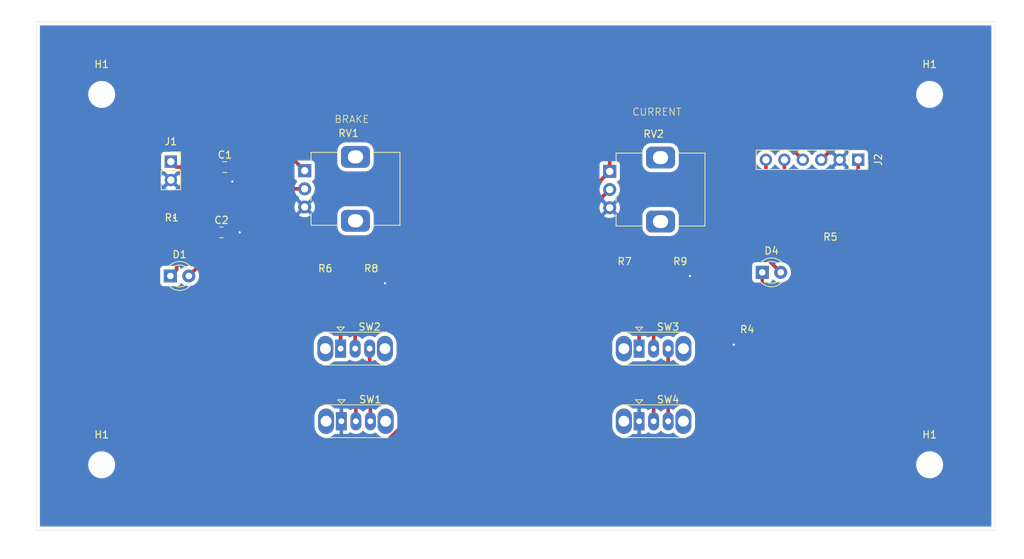
<source format=kicad_pcb>
(kicad_pcb (version 20241229) (generator "pcbnew") (generator_version "9.0")
  (layers (0 "F.Cu" signal) (2 "B.Cu" signal) (13 "F.Paste" user) (15 "B.Paste" user) (5 "F.SilkS" user "F.Silkscreen") (7 "B.SilkS" user "B.Silkscreen") (1 "F.Mask" user) (3 "B.Mask" user) (25 "Edge.Cuts" user))
  (net 0 "")
  (net 1 "+12V")
  (net 2 "GND")
  (net 3 "Net-(D1-K)")
  (net 4 "/SHUTDOWN_OUT")
  (net 5 "Net-(D4-K)")
  (net 6 "/BRAKE_OUT")
  (net 7 "/CURRENT_OUT")
  (net 8 "/SHUTDOWN_IN")
  (net 9 "/BRAKE_POT_12V")
  (net 10 "/BRAKE_NORM")
  (net 11 "/CURRENT_POT_12V")
  (net 12 "/CURRENT_NORM")
  (net 13 "/BRAKE_FAULT")
  (net 14 "/CURRENT_FAULT")
  (footprint "MountingHole:MountingHole_3.2mm_M3" (layer "F.Cu") (at 191 122)
    (property "Reference" "H1" (at 0 -4.15 0) (layer "F.SilkS"))
    (property "Value" "MountingHole")
    (pad "" np_thru_hole circle (at 0 0) (size 3.2 3.2) (drill 3.2) (layers "*.Cu" "*.Mask"))
  )
  (footprint "Button_Switch_THT:SW_Slide_SPDT_Straight_CK_OS102011MS2Q" (layer "F.Cu") (at 110 116)
    (property "Reference" "SW1" (at 3.99 -2.99 0) (layer "F.SilkS"))
    (property "Value" "SW_FAULT_MODE")
    (fp_line (start -2.41 -2.26) (end 6.41 -2.26) (stroke (width 0.12)) (layer "F.SilkS"))
    (fp_line (start -2.41 -1.95) (end -2.41 -2.26) (stroke (width 0.12)) (layer "F.SilkS"))
    (fp_line (start -2.41 2.26) (end -2.41 1.95) (stroke (width 0.12)) (layer "F.SilkS"))
    (fp_line (start -0.5 -2.96) (end 0 -2.46) (stroke (width 0.12)) (layer "F.SilkS"))
    (fp_line (start 0 -2.46) (end 0.5 -2.96) (stroke (width 0.12)) (layer "F.SilkS"))
    (fp_line (start 0.5 -2.96) (end -0.5 -2.96) (stroke (width 0.12)) (layer "F.SilkS"))
    (fp_line (start 6.41 -2.26) (end 6.41 -1.95) (stroke (width 0.12)) (layer "F.SilkS"))
    (fp_line (start 6.41 2.26) (end -2.41 2.26) (stroke (width 0.12)) (layer "F.SilkS"))
    (fp_line (start 6.41 2.26) (end 6.41 1.95) (stroke (width 0.12)) (layer "F.SilkS"))
    (pad "" thru_hole oval (at -2.1 0) (size 2.2 3.5) (drill 1.5) (layers "*.Cu" "*.Mask"))
    (pad "" thru_hole oval (at 6.1 0) (size 2.2 3.5) (drill 1.5) (layers "*.Cu" "*.Mask"))
    (pad "1" thru_hole rect (at 0 0) (size 1.5 2.5) (drill 0.8) (layers "*.Cu" "*.Mask") (net 2 "GND"))
    (pad "2" thru_hole oval (at 2 0) (size 1.5 2.5) (drill 0.8) (layers "*.Cu" "*.Mask") (net 13 "/BRAKE_FAULT"))
    (pad "3" thru_hole oval (at 4 0) (size 1.5 2.5) (drill 0.8) (layers "*.Cu" "*.Mask") (net 1 "+12V"))
  )
  (footprint "LED_THT:LED_D3.0mm" (layer "F.Cu") (at 86.46 96)
    (property "Reference" "D1" (at 1.27 -2.96 0) (layer "F.SilkS"))
    (property "Value" "LED")
    (fp_line (start -0.29 -1.236) (end -0.29 -1.08) (stroke (width 0.12)) (layer "F.SilkS"))
    (fp_line (start -0.29 1.08) (end -0.29 1.236) (stroke (width 0.12)) (layer "F.SilkS"))
    (fp_arc (start -0.29 -1.235516) (mid 1.36566 -1.987699) (end 2.941437 -1.08) (stroke (width 0.12)) (layer "F.SilkS"))
    (fp_arc (start 0.229039 -1.08) (mid 1.27 -1.5) (end 2.310961 -1.08) (stroke (width 0.12)) (layer "F.SilkS"))
    (fp_arc (start 2.310961 1.08) (mid 1.27 1.5) (end 0.229039 1.08) (stroke (width 0.12)) (layer "F.SilkS"))
    (fp_arc (start 2.941437 1.08) (mid 1.36566 1.987699) (end -0.29 1.235516) (stroke (width 0.12)) (layer "F.SilkS"))
    (pad "1" thru_hole rect (at 0 0) (size 1.8 1.8) (drill 0.9) (layers "*.Cu" "*.Mask") (net 3 "Net-(D1-K)"))
    (pad "2" thru_hole circle (at 2.54 0) (size 1.8 1.8) (drill 0.9) (layers "*.Cu" "*.Mask") (net 1 "+12V"))
  )
  (footprint "MountingHole:MountingHole_3.2mm_M3" (layer "F.Cu") (at 77 71)
    (property "Reference" "H1" (at 0 -4.15 0) (layer "F.SilkS"))
    (property "Value" "MountingHole")
    (pad "" np_thru_hole circle (at 0 0) (size 3.2 3.2) (drill 3.2) (layers "*.Cu" "*.Mask"))
  )
  (footprint "Button_Switch_THT:SW_Slide_SPDT_Straight_CK_OS102011MS2Q" (layer "F.Cu") (at 151 116)
    (property "Reference" "SW4" (at 3.99 -2.99 0) (layer "F.SilkS"))
    (property "Value" "SW_FAULT_MODE")
    (fp_line (start -2.41 -2.26) (end 6.41 -2.26) (stroke (width 0.12)) (layer "F.SilkS"))
    (fp_line (start -2.41 -1.95) (end -2.41 -2.26) (stroke (width 0.12)) (layer "F.SilkS"))
    (fp_line (start -2.41 2.26) (end -2.41 1.95) (stroke (width 0.12)) (layer "F.SilkS"))
    (fp_line (start -0.5 -2.96) (end 0 -2.46) (stroke (width 0.12)) (layer "F.SilkS"))
    (fp_line (start 0 -2.46) (end 0.5 -2.96) (stroke (width 0.12)) (layer "F.SilkS"))
    (fp_line (start 0.5 -2.96) (end -0.5 -2.96) (stroke (width 0.12)) (layer "F.SilkS"))
    (fp_line (start 6.41 -2.26) (end 6.41 -1.95) (stroke (width 0.12)) (layer "F.SilkS"))
    (fp_line (start 6.41 2.26) (end -2.41 2.26) (stroke (width 0.12)) (layer "F.SilkS"))
    (fp_line (start 6.41 2.26) (end 6.41 1.95) (stroke (width 0.12)) (layer "F.SilkS"))
    (pad "" thru_hole oval (at -2.1 0) (size 2.2 3.5) (drill 1.5) (layers "*.Cu" "*.Mask"))
    (pad "" thru_hole oval (at 6.1 0) (size 2.2 3.5) (drill 1.5) (layers "*.Cu" "*.Mask"))
    (pad "1" thru_hole rect (at 0 0) (size 1.5 2.5) (drill 0.8) (layers "*.Cu" "*.Mask") (net 2 "GND"))
    (pad "2" thru_hole oval (at 2 0) (size 1.5 2.5) (drill 0.8) (layers "*.Cu" "*.Mask") (net 14 "/CURRENT_FAULT"))
    (pad "3" thru_hole oval (at 4 0) (size 1.5 2.5) (drill 0.8) (layers "*.Cu" "*.Mask") (net 1 "+12V"))
  )
  (footprint "LED_THT:LED_D3.0mm" (layer "F.Cu") (at 167.96 95.5)
    (property "Reference" "D4" (at 1.27 -2.96 0) (layer "F.SilkS"))
    (property "Value" "LED")
    (fp_line (start -0.29 -1.236) (end -0.29 -1.08) (stroke (width 0.12)) (layer "F.SilkS"))
    (fp_line (start -0.29 1.08) (end -0.29 1.236) (stroke (width 0.12)) (layer "F.SilkS"))
    (fp_arc (start -0.29 -1.235516) (mid 1.36566 -1.987699) (end 2.941437 -1.08) (stroke (width 0.12)) (layer "F.SilkS"))
    (fp_arc (start 0.229039 -1.08) (mid 1.27 -1.5) (end 2.310961 -1.08) (stroke (width 0.12)) (layer "F.SilkS"))
    (fp_arc (start 2.310961 1.08) (mid 1.27 1.5) (end 0.229039 1.08) (stroke (width 0.12)) (layer "F.SilkS"))
    (fp_arc (start 2.941437 1.08) (mid 1.36566 1.987699) (end -0.29 1.235516) (stroke (width 0.12)) (layer "F.SilkS"))
    (pad "1" thru_hole rect (at 0 0) (size 1.8 1.8) (drill 0.9) (layers "*.Cu" "*.Mask") (net 5 "Net-(D4-K)"))
    (pad "2" thru_hole circle (at 2.54 0) (size 1.8 1.8) (drill 0.9) (layers "*.Cu" "*.Mask") (net 4 "/SHUTDOWN_OUT"))
  )
  (footprint "Button_Switch_THT:SW_Slide_SPDT_Straight_CK_OS102011MS2Q" (layer "F.Cu") (at 109.9 106)
    (property "Reference" "SW2" (at 3.99 -2.99 0) (layer "F.SilkS"))
    (property "Value" "SW_TEST_MODE")
    (fp_line (start -2.41 -2.26) (end 6.41 -2.26) (stroke (width 0.12)) (layer "F.SilkS"))
    (fp_line (start -2.41 -1.95) (end -2.41 -2.26) (stroke (width 0.12)) (layer "F.SilkS"))
    (fp_line (start -2.41 2.26) (end -2.41 1.95) (stroke (width 0.12)) (layer "F.SilkS"))
    (fp_line (start -0.5 -2.96) (end 0 -2.46) (stroke (width 0.12)) (layer "F.SilkS"))
    (fp_line (start 0 -2.46) (end 0.5 -2.96) (stroke (width 0.12)) (layer "F.SilkS"))
    (fp_line (start 0.5 -2.96) (end -0.5 -2.96) (stroke (width 0.12)) (layer "F.SilkS"))
    (fp_line (start 6.41 -2.26) (end 6.41 -1.95) (stroke (width 0.12)) (layer "F.SilkS"))
    (fp_line (start 6.41 2.26) (end -2.41 2.26) (stroke (width 0.12)) (layer "F.SilkS"))
    (fp_line (start 6.41 2.26) (end 6.41 1.95) (stroke (width 0.12)) (layer "F.SilkS"))
    (pad "" thru_hole oval (at -2.1 0) (size 2.2 3.5) (drill 1.5) (layers "*.Cu" "*.Mask"))
    (pad "" thru_hole oval (at 6.1 0) (size 2.2 3.5) (drill 1.5) (layers "*.Cu" "*.Mask"))
    (pad "1" thru_hole rect (at 0 0) (size 1.5 2.5) (drill 0.8) (layers "*.Cu" "*.Mask") (net 10 "/BRAKE_NORM"))
    (pad "2" thru_hole oval (at 2 0) (size 1.5 2.5) (drill 0.8) (layers "*.Cu" "*.Mask") (net 6 "/BRAKE_OUT"))
    (pad "3" thru_hole oval (at 4 0) (size 1.5 2.5) (drill 0.8) (layers "*.Cu" "*.Mask") (net 13 "/BRAKE_FAULT"))
  )
  (footprint "Resistor_SMD:R_0508_1220Metric_Pad1.12x2.15mm_HandSolder" (layer "F.Cu") (at 107.7875 97)
    (property "Reference" "R6" (at 0 -2.03 0) (layer "F.SilkS"))
    (property "Value" "15k")
    (pad "1" smd roundrect (at -0.6625 0) (size 1.125 2.15) (layers "F.Cu" "F.Mask" "F.Paste") (roundrect_rratio 0.222222) (net 9 "/BRAKE_POT_12V"))
    (pad "2" smd roundrect (at 0.6625 0) (size 1.125 2.15) (layers "F.Cu" "F.Mask" "F.Paste") (roundrect_rratio 0.222222) (net 10 "/BRAKE_NORM"))
  )
  (footprint "Potentiometer_THT:Potentiometer_Alps_RK09K_Single_Vertical" (layer "F.Cu") (at 104.95 81.5)
    (property "Reference" "RV1" (at 6.05 -5.15 0) (layer "F.SilkS"))
    (property "Value" "R_Potentiometer_Trim")
    (fp_line (start 0.88 -2.521) (end 0.88 -1.2) (stroke (width 0.12)) (layer "F.SilkS"))
    (fp_line (start 0.88 -2.521) (end 4.817 -2.521) (stroke (width 0.12)) (layer "F.SilkS"))
    (fp_line (start 0.88 1.25) (end 0.88 1.63) (stroke (width 0.12)) (layer "F.SilkS"))
    (fp_line (start 0.88 3.371) (end 0.88 4.13) (stroke (width 0.12)) (layer "F.SilkS"))
    (fp_line (start 0.88 5.87) (end 0.88 7.52) (stroke (width 0.12)) (layer "F.SilkS"))
    (fp_line (start 0.88 7.52) (end 4.817 7.52) (stroke (width 0.12)) (layer "F.SilkS"))
    (fp_line (start 9.184 -2.521) (end 13.12 -2.521) (stroke (width 0.12)) (layer "F.SilkS"))
    (fp_line (start 9.184 7.52) (end 13.12 7.52) (stroke (width 0.12)) (layer "F.SilkS"))
    (fp_line (start 13.12 -2.521) (end 13.12 7.52) (stroke (width 0.12)) (layer "F.SilkS"))
    (pad "1" thru_hole rect (at 0 0) (size 1.8 1.8) (drill 1) (layers "*.Cu" "*.Mask") (net 1 "+12V"))
    (pad "2" thru_hole circle (at 0 2.5) (size 1.8 1.8) (drill 1) (layers "*.Cu" "*.Mask") (net 9 "/BRAKE_POT_12V"))
    (pad "3" thru_hole circle (at 0 5) (size 1.8 1.8) (drill 1) (layers "*.Cu" "*.Mask") (net 2 "GND"))
    (pad "MP" thru_hole roundrect (at 7 -1.9) (size 4 3) (drill oval 2.1 1.8) (layers "*.Cu" "*.Mask"))
    (pad "MP" thru_hole roundrect (at 7 6.9) (size 4 3) (drill oval 2.1 1.8) (layers "*.Cu" "*.Mask"))
  )
  (footprint "Connector_PinSocket_2.54mm:PinSocket_1x02_P2.54mm_Vertical" (layer "F.Cu") (at 86.525 80.25)
    (property "Reference" "J1" (at 0 -2.77 0) (layer "F.SilkS"))
    (property "Value" "Conn_01x02")
    (fp_line (start -1.33 1.27) (end -1.33 3.87) (stroke (width 0.12)) (layer "F.SilkS"))
    (fp_line (start -1.33 1.27) (end 1.33 1.27) (stroke (width 0.12)) (layer "F.SilkS"))
    (fp_line (start -1.33 3.87) (end 1.33 3.87) (stroke (width 0.12)) (layer "F.SilkS"))
    (fp_line (start 0 -1.33) (end 1.33 -1.33) (stroke (width 0.12)) (layer "F.SilkS"))
    (fp_line (start 1.33 -1.33) (end 1.33 0) (stroke (width 0.12)) (layer "F.SilkS"))
    (fp_line (start 1.33 1.27) (end 1.33 3.87) (stroke (width 0.12)) (layer "F.SilkS"))
    (pad "1" thru_hole rect (at 0 0) (size 1.7 1.7) (drill 1) (layers "*.Cu" "*.Mask") (net 1 "+12V"))
    (pad "2" thru_hole circle (at 0 2.54) (size 1.7 1.7) (drill 1) (layers "*.Cu" "*.Mask") (net 2 "GND"))
  )
  (footprint "Resistor_SMD:R_0508_1220Metric_Pad1.12x2.15mm_HandSolder" (layer "F.Cu") (at 156.6625 96)
    (property "Reference" "R9" (at 0 -2 0) (layer "F.SilkS"))
    (property "Value" "10k")
    (pad "1" smd roundrect (at -0.6625 0) (size 1.125 2.15) (layers "F.Cu" "F.Mask" "F.Paste") (roundrect_rratio 0.222222) (net 12 "/CURRENT_NORM"))
    (pad "2" smd roundrect (at 0.6625 0) (size 1.125 2.15) (layers "F.Cu" "F.Mask" "F.Paste") (roundrect_rratio 0.222222) (net 2 "GND"))
  )
  (footprint "Button_Switch_THT:SW_Slide_SPDT_Straight_CK_OS102011MS2Q" (layer "F.Cu") (at 151 106)
    (property "Reference" "SW3" (at 3.99 -2.99 0) (layer "F.SilkS"))
    (property "Value" "SW_TEST_MODE")
    (fp_line (start -2.41 -2.26) (end 6.41 -2.26) (stroke (width 0.12)) (layer "F.SilkS"))
    (fp_line (start -2.41 -1.95) (end -2.41 -2.26) (stroke (width 0.12)) (layer "F.SilkS"))
    (fp_line (start -2.41 2.26) (end -2.41 1.95) (stroke (width 0.12)) (layer "F.SilkS"))
    (fp_line (start -0.5 -2.96) (end 0 -2.46) (stroke (width 0.12)) (layer "F.SilkS"))
    (fp_line (start 0 -2.46) (end 0.5 -2.96) (stroke (width 0.12)) (layer "F.SilkS"))
    (fp_line (start 0.5 -2.96) (end -0.5 -2.96) (stroke (width 0.12)) (layer "F.SilkS"))
    (fp_line (start 6.41 -2.26) (end 6.41 -1.95) (stroke (width 0.12)) (layer "F.SilkS"))
    (fp_line (start 6.41 2.26) (end -2.41 2.26) (stroke (width 0.12)) (layer "F.SilkS"))
    (fp_line (start 6.41 2.26) (end 6.41 1.95) (stroke (width 0.12)) (layer "F.SilkS"))
    (pad "" thru_hole oval (at -2.1 0) (size 2.2 3.5) (drill 1.5) (layers "*.Cu" "*.Mask"))
    (pad "" thru_hole oval (at 6.1 0) (size 2.2 3.5) (drill 1.5) (layers "*.Cu" "*.Mask"))
    (pad "1" thru_hole rect (at 0 0) (size 1.5 2.5) (drill 0.8) (layers "*.Cu" "*.Mask") (net 12 "/CURRENT_NORM"))
    (pad "2" thru_hole oval (at 2 0) (size 1.5 2.5) (drill 0.8) (layers "*.Cu" "*.Mask") (net 7 "/CURRENT_OUT"))
    (pad "3" thru_hole oval (at 4 0) (size 1.5 2.5) (drill 0.8) (layers "*.Cu" "*.Mask") (net 14 "/CURRENT_FAULT"))
  )
  (footprint "Resistor_SMD:R_0508_1220Metric_Pad1.12x2.15mm_HandSolder" (layer "F.Cu") (at 177.3375 88.59866 180)
    (property "Reference" "R5" (at 0 -2.03 0) (layer "F.SilkS"))
    (property "Value" "R")
    (pad "1" smd roundrect (at -0.6625 0 180) (size 1.125 2.15) (layers "F.Cu" "F.Mask" "F.Paste") (roundrect_rratio 0.222222) (net 1 "+12V"))
    (pad "2" smd roundrect (at 0.6625 0 180) (size 1.125 2.15) (layers "F.Cu" "F.Mask" "F.Paste") (roundrect_rratio 0.222222) (net 8 "/SHUTDOWN_IN"))
  )
  (footprint "Potentiometer_THT:Potentiometer_Alps_RK09K_Single_Vertical" (layer "F.Cu") (at 146.95 81.6)
    (property "Reference" "RV2" (at 6.05 -5.15 0) (layer "F.SilkS"))
    (property "Value" "R_Potentiometer_Trim")
    (fp_line (start 0.88 -2.521) (end 0.88 -1.2) (stroke (width 0.12)) (layer "F.SilkS"))
    (fp_line (start 0.88 -2.521) (end 4.817 -2.521) (stroke (width 0.12)) (layer "F.SilkS"))
    (fp_line (start 0.88 1.25) (end 0.88 1.63) (stroke (width 0.12)) (layer "F.SilkS"))
    (fp_line (start 0.88 3.371) (end 0.88 4.13) (stroke (width 0.12)) (layer "F.SilkS"))
    (fp_line (start 0.88 5.87) (end 0.88 7.52) (stroke (width 0.12)) (layer "F.SilkS"))
    (fp_line (start 0.88 7.52) (end 4.817 7.52) (stroke (width 0.12)) (layer "F.SilkS"))
    (fp_line (start 9.184 -2.521) (end 13.12 -2.521) (stroke (width 0.12)) (layer "F.SilkS"))
    (fp_line (start 9.184 7.52) (end 13.12 7.52) (stroke (width 0.12)) (layer "F.SilkS"))
    (fp_line (start 13.12 -2.521) (end 13.12 7.52) (stroke (width 0.12)) (layer "F.SilkS"))
    (pad "1" thru_hole rect (at 0 0) (size 1.8 1.8) (drill 1) (layers "*.Cu" "*.Mask") (net 1 "+12V"))
    (pad "2" thru_hole circle (at 0 2.5) (size 1.8 1.8) (drill 1) (layers "*.Cu" "*.Mask") (net 11 "/CURRENT_POT_12V"))
    (pad "3" thru_hole circle (at 0 5) (size 1.8 1.8) (drill 1) (layers "*.Cu" "*.Mask") (net 2 "GND"))
    (pad "MP" thru_hole roundrect (at 7 -1.9) (size 4 3) (drill oval 2.1 1.8) (layers "*.Cu" "*.Mask"))
    (pad "MP" thru_hole roundrect (at 7 6.9) (size 4 3) (drill oval 2.1 1.8) (layers "*.Cu" "*.Mask"))
  )
  (footprint "Resistor_SMD:R_0508_1220Metric_Pad1.12x2.15mm_HandSolder" (layer "F.Cu") (at 114.1125 97)
    (property "Reference" "R8" (at 0 -2.03 0) (layer "F.SilkS"))
    (property "Value" "10k")
    (pad "1" smd roundrect (at -0.6625 0) (size 1.125 2.15) (layers "F.Cu" "F.Mask" "F.Paste") (roundrect_rratio 0.222222) (net 10 "/BRAKE_NORM"))
    (pad "2" smd roundrect (at 0.6625 0) (size 1.125 2.15) (layers "F.Cu" "F.Mask" "F.Paste") (roundrect_rratio 0.222222) (net 2 "GND"))
  )
  (footprint "Connector_PinSocket_2.54mm:PinSocket_1x06_P2.54mm_Vertical" (layer "F.Cu") (at 181.16 80 -90)
    (property "Reference" "J2" (at 0 -2.77 90) (layer "F.SilkS"))
    (property "Value" "Conn_01x06")
    (fp_line (start -1.33 14.03) (end 1.33 14.03) (stroke (width 0.12)) (layer "F.SilkS"))
    (fp_line (start -1.33 1.27) (end -1.33 14.03) (stroke (width 0.12)) (layer "F.SilkS"))
    (fp_line (start -1.33 1.27) (end 1.33 1.27) (stroke (width 0.12)) (layer "F.SilkS"))
    (fp_line (start 1.33 1.27) (end 1.33 14.03) (stroke (width 0.12)) (layer "F.SilkS"))
    (fp_line (start 0 -1.33) (end 1.33 -1.33) (stroke (width 0.12)) (layer "F.SilkS"))
    (fp_line (start 1.33 -1.33) (end 1.33 0) (stroke (width 0.12)) (layer "F.SilkS"))
    (pad "1" thru_hole rect (at 0 0 270) (size 1.7 1.7) (drill 1) (layers "*.Cu" "*.Mask") (net 1 "+12V"))
    (pad "2" thru_hole circle (at 0 2.54 270) (size 1.7 1.7) (drill 1) (layers "*.Cu" "*.Mask") (net 2 "GND"))
    (pad "3" thru_hole circle (at 0 5.08 270) (size 1.7 1.7) (drill 1) (layers "*.Cu" "*.Mask") (net 7 "/CURRENT_OUT"))
    (pad "4" thru_hole circle (at 0 7.62 270) (size 1.7 1.7) (drill 1) (layers "*.Cu" "*.Mask") (net 6 "/BRAKE_OUT"))
    (pad "5" thru_hole circle (at 0 10.16 270) (size 1.7 1.7) (drill 1) (layers "*.Cu" "*.Mask") (net 8 "/SHUTDOWN_IN"))
    (pad "6" thru_hole circle (at 0 12.7 270) (size 1.7 1.7) (drill 1) (layers "*.Cu" "*.Mask") (net 4 "/SHUTDOWN_OUT"))
  )
  (footprint "Capacitor_SMD:C_0805_2012Metric_Pad1.18x1.45mm_HandSolder" (layer "F.Cu") (at 93.9625 81)
    (property "Reference" "C1" (at 0 -1.68 0) (layer "F.SilkS"))
    (property "Value" "C")
    (fp_line (start -0.261252 -0.735) (end 0.261252 -0.735) (stroke (width 0.12)) (layer "F.SilkS"))
    (fp_line (start -0.261252 0.735) (end 0.261252 0.735) (stroke (width 0.12)) (layer "F.SilkS"))
    (pad "1" smd roundrect (at -1.0375 0) (size 1.175 1.45) (layers "F.Cu" "F.Mask" "F.Paste") (roundrect_rratio 0.212766) (net 1 "+12V"))
    (pad "2" smd roundrect (at 1.0375 0) (size 1.175 1.45) (layers "F.Cu" "F.Mask" "F.Paste") (roundrect_rratio 0.212766) (net 2 "GND"))
  )
  (footprint "Resistor_SMD:R_0508_1220Metric_Pad1.12x2.15mm_HandSolder" (layer "F.Cu") (at 149 96)
    (property "Reference" "R7" (at 0 -2 0) (layer "F.SilkS"))
    (property "Value" "15k")
    (pad "1" smd roundrect (at -0.6625 0) (size 1.125 2.15) (layers "F.Cu" "F.Mask" "F.Paste") (roundrect_rratio 0.222222) (net 11 "/CURRENT_POT_12V"))
    (pad "2" smd roundrect (at 0.6625 0) (size 1.125 2.15) (layers "F.Cu" "F.Mask" "F.Paste") (roundrect_rratio 0.222222) (net 12 "/CURRENT_NORM"))
  )
  (footprint "Resistor_SMD:R_0508_1220Metric_Pad1.12x2.15mm_HandSolder" (layer "F.Cu") (at 165.8775 105.46)
    (property "Reference" "R4" (at 0 -2.1 0) (layer "F.SilkS"))
    (property "Value" "R")
    (pad "1" smd roundrect (at -0.6625 0) (size 1.125 2.15) (layers "F.Cu" "F.Mask" "F.Paste") (roundrect_rratio 0.222222) (net 2 "GND"))
    (pad "2" smd roundrect (at 0.6625 0) (size 1.125 2.15) (layers "F.Cu" "F.Mask" "F.Paste") (roundrect_rratio 0.222222) (net 5 "Net-(D4-K)"))
  )
  (footprint "Capacitor_SMD:C_0805_2012Metric_Pad1.18x1.45mm_HandSolder" (layer "F.Cu") (at 93.5 90)
    (property "Reference" "C2" (at 0 -1.68 0) (layer "F.SilkS"))
    (property "Value" "C")
    (fp_line (start -0.261252 -0.735) (end 0.261252 -0.735) (stroke (width 0.12)) (layer "F.SilkS"))
    (fp_line (start -0.261252 0.735) (end 0.261252 0.735) (stroke (width 0.12)) (layer "F.SilkS"))
    (pad "1" smd roundrect (at -1.0375 0) (size 1.175 1.45) (layers "F.Cu" "F.Mask" "F.Paste") (roundrect_rratio 0.212766) (net 1 "+12V"))
    (pad "2" smd roundrect (at 1.0375 0) (size 1.175 1.45) (layers "F.Cu" "F.Mask" "F.Paste") (roundrect_rratio 0.212766) (net 2 "GND"))
  )
  (footprint "Resistor_SMD:R_0508_1220Metric_Pad1.12x2.15mm_HandSolder" (layer "F.Cu") (at 86.6625 90)
    (property "Reference" "R1" (at 0 -2.03 0) (layer "F.SilkS"))
    (property "Value" "R")
    (pad "1" smd roundrect (at -0.6625 0) (size 1.125 2.15) (layers "F.Cu" "F.Mask" "F.Paste") (roundrect_rratio 0.222222) (net 2 "GND"))
    (pad "2" smd roundrect (at 0.6625 0) (size 1.125 2.15) (layers "F.Cu" "F.Mask" "F.Paste") (roundrect_rratio 0.222222) (net 3 "Net-(D1-K)"))
  )
  (footprint "MountingHole:MountingHole_3.2mm_M3" (layer "F.Cu") (at 191 71)
    (property "Reference" "H1" (at 0 -4.15 0) (layer "F.SilkS"))
    (property "Value" "MountingHole")
    (pad "" np_thru_hole circle (at 0 0) (size 3.2 3.2) (drill 3.2) (layers "*.Cu" "*.Mask"))
  )
  (footprint "MountingHole:MountingHole_3.2mm_M3" (layer "F.Cu") (at 77 122)
    (property "Reference" "H1" (at 0 -4.15 0) (layer "F.SilkS"))
    (property "Value" "MountingHole")
    (pad "" np_thru_hole circle (at 0 0) (size 3.2 3.2) (drill 3.2) (layers "*.Cu" "*.Mask"))
  )
  (gr_rect (start 68 61) (end 200 131) (stroke (width 0.05)) (fill no) (layer "Edge.Cuts"))
  (gr_text "CURRENT\n" (at 150 74 0) (layer "F.SilkS") (effects (font (size 1 1) (thickness 0.1)) (justify left bottom)))
  (gr_text "BRAKE" (at 109 75 0) (layer "F.SilkS") (effects (font (size 1 1) (thickness 0.1)) (justify left bottom)))
  (segment (start 146.95 81.6) (end 146.95 77.05) (width 0.5) (layer "F.Cu") (net 1))
  (segment (start 139 89.55) (end 139 113.949) (width 0.5) (layer "F.Cu") (net 1))
  (segment (start 155 113) (end 156 112) (width 0.5) (layer "F.Cu") (net 1))
  (segment (start 97 80.974) (end 98 79.974) (width 0.5) (layer "F.Cu") (net 1))
  (segment (start 155 115) (end 155 116) (width 0.5) (layer "F.Cu") (net 1))
  (segment (start 158 123) (end 148 123) (width 0.5) (layer "F.Cu") (net 1))
  (segment (start 166 115) (end 158 123) (width 0.5) (layer "F.Cu") (net 1))
  (segment (start 97 80.974) (end 96.974 80.974) (width 0.5) (layer "F.Cu") (net 1))
  (segment (start 146.95 81.6) (end 139 89.55) (width 0.5) (layer "F.Cu") (net 1))
  (segment (start 89 96) (end 92.4625 92.5375) (width 0.5) (layer "F.Cu") (net 1))
  (segment (start 161 77) (end 162 78) (width 0.5) (layer "F.Cu") (net 1))
  (segment (start 156 112) (end 165 112) (width 0.5) (layer "F.Cu") (net 1))
  (segment (start 162 108) (end 163 109) (width 0.5) (layer "F.Cu") (net 1))
  (segment (start 165 112) (end 166 113) (width 0.5) (layer "F.Cu") (net 1))
  (segment (start 120 113.949) (end 121 113.949) (width 0.5) (layer "F.Cu") (net 1))
  (segment (start 97 81) (end 97 80.974) (width 0.5) (layer "F.Cu") (net 1))
  (segment (start 114 116) (end 114 113) (width 0.5) (layer "F.Cu") (net 1))
  (segment (start 173 106) (end 174 106) (width 0.5) (layer "F.Cu") (net 1))
  (segment (start 181.16 85) (end 181.16 85.43866) (width 0.5) (layer "F.Cu") (net 1))
  (segment (start 103.424 79.974) (end 98 79.974) (width 0.5) (layer "F.Cu") (net 1))
  (segment (start 121 113.949) (end 139 113.949) (width 0.5) (layer "F.Cu") (net 1))
  (segment (start 120 115) (end 120 114.949) (width 0.5) (layer "F.Cu") (net 1))
  (segment (start 96.974 80.974) (end 95 79) (width 0.5) (layer "F.Cu") (net 1))
  (segment (start 92.4625 92.5375) (end 92.4625 90) (width 0.5) (layer "F.Cu") (net 1))
  (segment (start 92.925 89.5375) (end 92.4625 90) (width 0.5) (layer "F.Cu") (net 1))
  (segment (start 181.16 85.43866) (end 178 88.59866) (width 0.5) (layer "F.Cu") (net 1))
  (segment (start 148 123) (end 139 114) (width 0.5) (layer "F.Cu") (net 1))
  (segment (start 175 105) (end 175 100) (width 0.5) (layer "F.Cu") (net 1))
  (segment (start 166 113) (end 166 115) (width 0.5) (layer "F.Cu") (net 1))
  (segment (start 115 112) (end 118 112) (width 0.5) (layer "F.Cu") (net 1))
  (segment (start 178 97) (end 178 88.59866) (width 0.5) (layer "F.Cu") (net 1))
  (segment (start 92.925 80.075) (end 92.925 81) (width 0.5) (layer "F.Cu") (net 1))
  (segment (start 162 78) (end 162 108) (width 0.5) (layer "F.Cu") (net 1))
  (segment (start 104.95 81.5) (end 103.424 79.974) (width 0.5) (layer "F.Cu") (net 1))
  (segment (start 146.95 77.05) (end 147 77) (width 0.5) (layer "F.Cu") (net 1))
  (segment (start 170 109) (end 173 106) (width 0.5) (layer "F.Cu") (net 1))
  (segment (start 120 114.949) (end 121 113.949) (width 0.5) (layer "F.Cu") (net 1))
  (segment (start 92.925 81) (end 87.275 81) (width 0.5) (layer "F.Cu") (net 1))
  (segment (start 97 111) (end 97 81) (width 0.5) (layer "F.Cu") (net 1))
  (segment (start 139 114) (end 139 113.949) (width 0.5) (layer "F.Cu") (net 1))
  (segment (start 174 106) (end 175 105) (width 0.5) (layer "F.Cu") (net 1))
  (segment (start 181.16 80) (end 181.16 85) (width 0.5) (layer "F.Cu") (net 1))
  (segment (start 175 100) (end 178 97) (width 0.5) (layer "F.Cu") (net 1))
  (segment (start 118 112) (end 119 113) (width 0.5) (layer "F.Cu") (net 1))
  (segment (start 120 115) (end 113 122) (width 0.5) (layer "F.Cu") (net 1))
  (segment (start 155 116) (end 155 113) (width 0.5) (layer "F.Cu") (net 1))
  (segment (start 87.275 81) (end 86.525 80.25) (width 0.5) (layer "F.Cu") (net 1))
  (segment (start 113 122) (end 108 122) (width 0.5) (layer "F.Cu") (net 1))
  (segment (start 119.051 113) (end 120 113.949) (width 0.5) (layer "F.Cu") (net 1))
  (segment (start 163 109) (end 170 109) (width 0.5) (layer "F.Cu") (net 1))
  (segment (start 94 79) (end 92.925 80.075) (width 0.5) (layer "F.Cu") (net 1))
  (segment (start 92.925 81) (end 92.925 89.5375) (width 0.5) (layer "F.Cu") (net 1))
  (segment (start 147 77) (end 161 77) (width 0.5) (layer "F.Cu") (net 1))
  (segment (start 114 113) (end 115 112) (width 0.5) (layer "F.Cu") (net 1))
  (segment (start 95 79) (end 94 79) (width 0.5) (layer "F.Cu") (net 1))
  (segment (start 119 113) (end 119.051 113) (width 0.5) (layer "F.Cu") (net 1))
  (segment (start 108 122) (end 97 111) (width 0.5) (layer "F.Cu") (net 1))
  (segment (start 86 88) (end 87 88) (width 0.5) (layer "F.Cu") (net 2))
  (segment (start 86 90) (end 86 88) (width 0.5) (layer "F.Cu") (net 2))
  (segment (start 95 81) (end 95 83) (width 0.5) (layer "F.Cu") (net 2))
  (segment (start 94.5375 90) (end 95 90) (width 0.5) (layer "F.Cu") (net 2))
  (segment (start 94.5375 90) (end 96 90) (width 0.5) (layer "F.Cu") (net 2))
  (segment (start 157.325 96) (end 158 96) (width 0.5) (layer "F.Cu") (net 2))
  (segment (start 114.775 97) (end 116 97) (width 0.5) (layer "F.Cu") (net 2))
  (segment (start 165.215 105.46) (end 164.04 105.46) (width 0.5) (layer "F.Cu") (net 2))
  (via (at 158 96) (size 0.6) (drill 0.3) (layers "F.Cu" "B.Cu") (net 2))
  (via (at 95 83) (size 0.6) (drill 0.3) (layers "F.Cu" "B.Cu") (net 2))
  (via (at 96 90) (size 0.6) (drill 0.3) (layers "F.Cu" "B.Cu") (net 2))
  (via (at 116 97) (size 0.6) (drill 0.3) (layers "F.Cu" "B.Cu") (net 2))
  (via (at 87 88) (size 0.6) (drill 0.3) (layers "F.Cu" "B.Cu") (net 2))
  (via (at 164.04 105.46) (size 0.6) (drill 0.3) (layers "F.Cu" "B.Cu") (net 2))
  (segment (start 158 96) (end 159 96) (width 0.5) (layer "B.Cu") (net 2))
  (segment (start 86.525 82.79) (end 86.21 82.79) (width 0.5) (layer "B.Cu") (net 2))
  (segment (start 164.04 105.46) (end 163.04 105.46) (width 0.5) (layer "B.Cu") (net 2))
  (segment (start 86.21 82.79) (end 86 83) (width 0.5) (layer "B.Cu") (net 2))
  (segment (start 87.325 95.135) (end 86.46 96) (width 0.5) (layer "F.Cu") (net 3))
  (segment (start 87.325 90) (end 87.325 95.135) (width 0.5) (layer "F.Cu") (net 3))
  (segment (start 169 85) (end 168.46 84.46) (width 0.5) (layer "F.Cu") (net 4))
  (segment (start 168.46 84.46) (end 168.46 80) (width 0.5) (layer "F.Cu") (net 4))
  (segment (start 169 94) (end 169 85) (width 0.5) (layer "F.Cu") (net 4))
  (segment (start 170.5 95.5) (end 169 94) (width 0.5) (layer "F.Cu") (net 4))
  (segment (start 166.54 105.46) (end 167.96 104.04) (width 0.5) (layer "F.Cu") (net 5))
  (segment (start 167.96 104.04) (end 167.96 95.5) (width 0.5) (layer "F.Cu") (net 5))
  (segment (start 111.9 106) (end 111.9 103.1) (width 0.5) (layer "F.Cu") (net 6))
  (segment (start 168.54 75) (end 142.9 75) (width 0.5) (layer "F.Cu") (net 6))
  (segment (start 173.54 80) (end 168.54 75) (width 0.5) (layer "F.Cu") (net 6))
  (segment (start 111.9 103.1) (end 140 75) (width 0.5) (layer "F.Cu") (net 6))
  (segment (start 140 75) (end 142.9 75) (width 0.5) (layer "F.Cu") (net 6))
  (segment (start 160 109) (end 160 104) (width 0.5) (layer "F.Cu") (net 7))
  (segment (start 189.5 93.5) (end 172 111) (width 0.5) (layer "F.Cu") (net 7))
  (segment (start 181 75.08) (end 181.08 75) (width 0.5) (layer "F.Cu") (net 7))
  (segment (start 154 102) (end 153 103) (width 0.5) (layer "F.Cu") (net 7))
  (segment (start 158 102) (end 154 102) (width 0.5) (layer "F.Cu") (net 7))
  (segment (start 181.08 75) (end 182 75) (width 0.5) (layer "F.Cu") (net 7))
  (segment (start 189 82) (end 189 93) (width 0.5) (layer "F.Cu") (net 7))
  (segment (start 172 111) (end 162 111) (width 0.5) (layer "F.Cu") (net 7))
  (segment (start 181 75.08) (end 176.08 80) (width 0.5) (layer "F.Cu") (net 7))
  (segment (start 181 75) (end 181 75.08) (width 0.5) (layer "F.Cu") (net 7))
  (segment (start 162 111) (end 160 109) (width 0.5) (layer "F.Cu") (net 7))
  (segment (start 153 103) (end 153 106) (width 0.5) (layer "F.Cu") (net 7))
  (segment (start 160 104) (end 158 102) (width 0.5) (layer "F.Cu") (net 7))
  (segment (start 182 75) (end 189 82) (width 0.5) (layer "F.Cu") (net 7))
  (segment (start 189 93) (end 189.5 93.5) (width 0.5) (layer "F.Cu") (net 7))
  (segment (start 171 80) (end 171 83) (width 0.5) (layer "F.Cu") (net 8))
  (segment (start 174.07634 86) (end 176.675 88.59866) (width 0.5) (layer "F.Cu") (net 8))
  (segment (start 171 83) (end 174 86) (width 0.5) (layer "F.Cu") (net 8))
  (segment (start 174 86) (end 174.07634 86) (width 0.5) (layer "F.Cu") (net 8))
  (segment (start 107.125 97) (end 101.125 91) (width 0.5) (layer "F.Cu") (net 9))
  (segment (start 101 85) (end 102 84) (width 0.5) (layer "F.Cu") (net 9))
  (segment (start 101.125 91) (end 101 91) (width 0.5) (layer "F.Cu") (net 9))
  (segment (start 101 91) (end 101 85) (width 0.5) (layer "F.Cu") (net 9))
  (segment (start 102 84) (end 104.95 84) (width 0.5) (layer "F.Cu") (net 9))
  (segment (start 109.725 98.275) (end 109.9 98.45) (width 0.5) (layer "F.Cu") (net 10))
  (segment (start 108.45 97) (end 109.725 98.275) (width 0.5) (layer "F.Cu") (net 10))
  (segment (start 112.175 98.275) (end 113.45 97) (width 0.5) (layer "F.Cu") (net 10))
  (segment (start 109.9 98.45) (end 110.075 98.275) (width 0.5) (layer "F.Cu") (net 10))
  (segment (start 109.9 98.45) (end 109.9 106) (width 0.5) (layer "F.Cu") (net 10))
  (segment (start 110.075 98.275) (end 112.175 98.275) (width 0.5) (layer "F.Cu") (net 10))
  (segment (start 145.4115 93.4115) (end 145.749 93.4115) (width 0.5) (layer "F.Cu") (net 11))
  (segment (start 146.95 84.1) (end 143.05 88) (width 0.5) (layer "F.Cu") (net 11))
  (segment (start 145.749 93.4115) (end 148.3375 96) (width 0.5) (layer "F.Cu") (net 11))
  (segment (start 143 88) (end 143 91) (width 0.5) (layer "F.Cu") (net 11))
  (segment (start 143.05 88) (end 143 88) (width 0.5) (layer "F.Cu") (net 11))
  (segment (start 143 91) (end 145.4115 93.4115) (width 0.5) (layer "F.Cu") (net 11))
  (segment (start 156 96) (end 149.6625 96) (width 0.5) (layer "F.Cu") (net 12))
  (segment (start 149.6625 96) (end 151 97.3375) (width 0.5) (layer "F.Cu") (net 12))
  (segment (start 151 97.3375) (end 151 106) (width 0.5) (layer "F.Cu") (net 12))
  (segment (start 114 110) (end 113.9 109.9) (width 0.5) (layer "F.Cu") (net 13))
  (segment (start 112 112) (end 114 110) (width 0.5) (layer "F.Cu") (net 13))
  (segment (start 112 116) (end 112 112) (width 0.5) (layer "F.Cu") (net 13))
  (segment (start 113.9 109.9) (end 113.9 106) (width 0.5) (layer "F.Cu") (net 13))
  (segment (start 153 116) (end 153 113) (width 0.5) (layer "F.Cu") (net 14))
  (segment (start 155 111) (end 155 106) (width 0.5) (layer "F.Cu") (net 14))
  (segment (start 153 113) (end 155 111) (width 0.5) (layer "F.Cu") (net 14))
  (zone (net 2) (net_name "GND") (layer "B.Cu") (connect_pads (clearance 0.5)) (min_thickness 0.25) (fill yes (thermal_gap 0.5) (thermal_bridge_width 0.5))
    (polygon (pts (xy 201 59) (xy 63 58) (xy 64 135) (xy 203 134) (xy 204 59)))
  )
)
</source>
